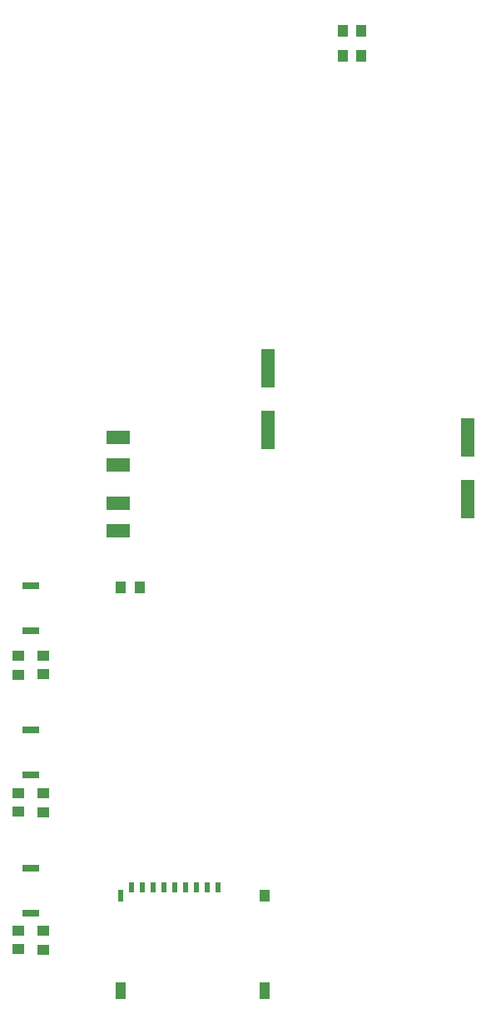
<source format=gbr>
G04 DipTrace 3.3.0.0*
G04 TopPaste.gbr*
%MOIN*%
G04 #@! TF.FileFunction,Paste,Top*
G04 #@! TF.Part,Single*
%ADD63R,0.066772X0.02937*%
%ADD73R,0.023465X0.047087*%
%ADD75R,0.039213X0.047087*%
%ADD77R,0.039213X0.070709*%
%ADD79R,0.019528X0.04315*%
%ADD93R,0.04315X0.051024*%
%ADD95R,0.054961X0.155354*%
%ADD97R,0.051024X0.04315*%
%ADD99R,0.098268X0.054961*%
%FSLAX26Y26*%
G04*
G70*
G90*
G75*
G01*
G04 TopPaste*
%LPD*%
D99*
X894016Y2794016D3*
Y2683780D3*
Y2419016D3*
Y2529252D3*
D97*
X594016Y744016D3*
Y818819D3*
Y1294016D3*
Y1368819D3*
D95*
X2294016Y2545984D3*
Y2794016D3*
X1494016Y2820984D3*
Y3069016D3*
D97*
X594016Y1844213D3*
Y1919016D3*
D93*
X1794213Y4419016D3*
X1869016D3*
D79*
X1294016Y994016D3*
X1250709D3*
X1207402D3*
X1164094D3*
X1120787D3*
X1077480D3*
X1034173D3*
X990866D3*
X947559D3*
D77*
X1482205Y578661D3*
D75*
Y960551D3*
D73*
X904252D3*
D77*
Y578661D3*
D97*
X494016Y819016D3*
Y744213D3*
Y1369016D3*
Y1294213D3*
Y1918819D3*
Y1844016D3*
D93*
X1868819Y4319016D3*
X1794016D3*
D63*
X544016Y1069016D3*
Y889882D3*
Y1623150D3*
Y1444016D3*
Y2198150D3*
Y2019016D3*
D93*
X906516Y2194016D3*
X981319D3*
M02*

</source>
